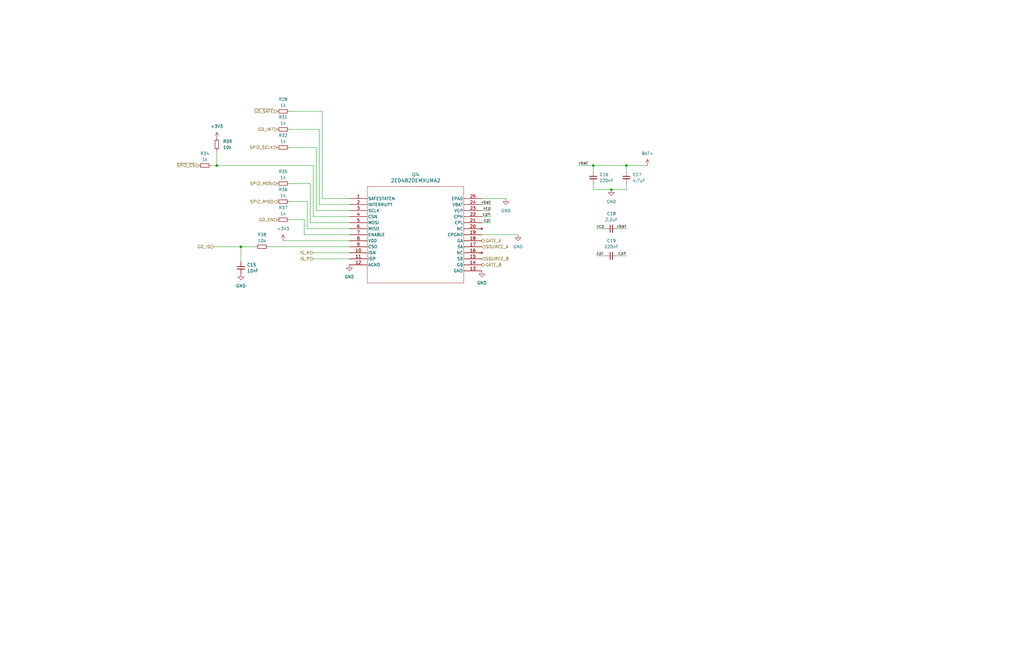
<source format=kicad_sch>
(kicad_sch
	(version 20250114)
	(generator "eeschema")
	(generator_version "9.0")
	(uuid "9f438d2a-fbd2-49bf-bcb3-9e89853a7bfb")
	(paper "B")
	(title_block
		(date "2025-04-14")
		(rev "R2.0.0")
	)
	(lib_symbols
		(symbol "Device:C_Small"
			(pin_numbers
				(hide yes)
			)
			(pin_names
				(offset 0.254)
				(hide yes)
			)
			(exclude_from_sim no)
			(in_bom yes)
			(on_board yes)
			(property "Reference" "C"
				(at 0.254 1.778 0)
				(effects
					(font
						(size 1.27 1.27)
					)
					(justify left)
				)
			)
			(property "Value" "C_Small"
				(at 0.254 -2.032 0)
				(effects
					(font
						(size 1.27 1.27)
					)
					(justify left)
				)
			)
			(property "Footprint" ""
				(at 0 0 0)
				(effects
					(font
						(size 1.27 1.27)
					)
					(hide yes)
				)
			)
			(property "Datasheet" "~"
				(at 0 0 0)
				(effects
					(font
						(size 1.27 1.27)
					)
					(hide yes)
				)
			)
			(property "Description" "Unpolarized capacitor, small symbol"
				(at 0 0 0)
				(effects
					(font
						(size 1.27 1.27)
					)
					(hide yes)
				)
			)
			(property "ki_keywords" "capacitor cap"
				(at 0 0 0)
				(effects
					(font
						(size 1.27 1.27)
					)
					(hide yes)
				)
			)
			(property "ki_fp_filters" "C_*"
				(at 0 0 0)
				(effects
					(font
						(size 1.27 1.27)
					)
					(hide yes)
				)
			)
			(symbol "C_Small_0_1"
				(polyline
					(pts
						(xy -1.524 0.508) (xy 1.524 0.508)
					)
					(stroke
						(width 0.3048)
						(type default)
					)
					(fill
						(type none)
					)
				)
				(polyline
					(pts
						(xy -1.524 -0.508) (xy 1.524 -0.508)
					)
					(stroke
						(width 0.3302)
						(type default)
					)
					(fill
						(type none)
					)
				)
			)
			(symbol "C_Small_1_1"
				(pin passive line
					(at 0 2.54 270)
					(length 2.032)
					(name "~"
						(effects
							(font
								(size 1.27 1.27)
							)
						)
					)
					(number "1"
						(effects
							(font
								(size 1.27 1.27)
							)
						)
					)
				)
				(pin passive line
					(at 0 -2.54 90)
					(length 2.032)
					(name "~"
						(effects
							(font
								(size 1.27 1.27)
							)
						)
					)
					(number "2"
						(effects
							(font
								(size 1.27 1.27)
							)
						)
					)
				)
			)
			(embedded_fonts no)
		)
		(symbol "Device:R_Small"
			(pin_numbers
				(hide yes)
			)
			(pin_names
				(offset 0.254)
				(hide yes)
			)
			(exclude_from_sim no)
			(in_bom yes)
			(on_board yes)
			(property "Reference" "R"
				(at 0.762 0.508 0)
				(effects
					(font
						(size 1.27 1.27)
					)
					(justify left)
				)
			)
			(property "Value" "R_Small"
				(at 0.762 -1.016 0)
				(effects
					(font
						(size 1.27 1.27)
					)
					(justify left)
				)
			)
			(property "Footprint" ""
				(at 0 0 0)
				(effects
					(font
						(size 1.27 1.27)
					)
					(hide yes)
				)
			)
			(property "Datasheet" "~"
				(at 0 0 0)
				(effects
					(font
						(size 1.27 1.27)
					)
					(hide yes)
				)
			)
			(property "Description" "Resistor, small symbol"
				(at 0 0 0)
				(effects
					(font
						(size 1.27 1.27)
					)
					(hide yes)
				)
			)
			(property "ki_keywords" "R resistor"
				(at 0 0 0)
				(effects
					(font
						(size 1.27 1.27)
					)
					(hide yes)
				)
			)
			(property "ki_fp_filters" "R_*"
				(at 0 0 0)
				(effects
					(font
						(size 1.27 1.27)
					)
					(hide yes)
				)
			)
			(symbol "R_Small_0_1"
				(rectangle
					(start -0.762 1.778)
					(end 0.762 -1.778)
					(stroke
						(width 0.2032)
						(type default)
					)
					(fill
						(type none)
					)
				)
			)
			(symbol "R_Small_1_1"
				(pin passive line
					(at 0 2.54 270)
					(length 0.762)
					(name "~"
						(effects
							(font
								(size 1.27 1.27)
							)
						)
					)
					(number "1"
						(effects
							(font
								(size 1.27 1.27)
							)
						)
					)
				)
				(pin passive line
					(at 0 -2.54 90)
					(length 0.762)
					(name "~"
						(effects
							(font
								(size 1.27 1.27)
							)
						)
					)
					(number "2"
						(effects
							(font
								(size 1.27 1.27)
							)
						)
					)
				)
			)
			(embedded_fonts no)
		)
		(symbol "custom_symbols:2ED4820EMXUMA2"
			(pin_names
				(offset 0.254)
			)
			(exclude_from_sim no)
			(in_bom yes)
			(on_board yes)
			(property "Reference" "U"
				(at 27.94 10.16 0)
				(effects
					(font
						(size 1.524 1.524)
					)
				)
			)
			(property "Value" "2ED4820EMXUMA2"
				(at 27.94 7.62 0)
				(effects
					(font
						(size 1.524 1.524)
					)
				)
			)
			(property "Footprint" "PG-TSDSO-24-5"
				(at 0 0 0)
				(effects
					(font
						(size 1.27 1.27)
						(italic yes)
					)
					(hide yes)
				)
			)
			(property "Datasheet" "2ED4820EMXUMA2"
				(at 0 0 0)
				(effects
					(font
						(size 1.27 1.27)
						(italic yes)
					)
					(hide yes)
				)
			)
			(property "Description" ""
				(at 0 0 0)
				(effects
					(font
						(size 1.27 1.27)
					)
					(hide yes)
				)
			)
			(property "ki_locked" ""
				(at 0 0 0)
				(effects
					(font
						(size 1.27 1.27)
					)
				)
			)
			(property "ki_keywords" "2ED4820EMXUMA2"
				(at 0 0 0)
				(effects
					(font
						(size 1.27 1.27)
					)
					(hide yes)
				)
			)
			(property "ki_fp_filters" "PG-TSDSO-24-5"
				(at 0 0 0)
				(effects
					(font
						(size 1.27 1.27)
					)
					(hide yes)
				)
			)
			(symbol "2ED4820EMXUMA2_0_1"
				(polyline
					(pts
						(xy 7.62 5.08) (xy 7.62 -35.56)
					)
					(stroke
						(width 0.127)
						(type default)
					)
					(fill
						(type none)
					)
				)
				(polyline
					(pts
						(xy 7.62 -35.56) (xy 48.26 -35.56)
					)
					(stroke
						(width 0.127)
						(type default)
					)
					(fill
						(type none)
					)
				)
				(polyline
					(pts
						(xy 48.26 5.08) (xy 7.62 5.08)
					)
					(stroke
						(width 0.127)
						(type default)
					)
					(fill
						(type none)
					)
				)
				(polyline
					(pts
						(xy 48.26 -35.56) (xy 48.26 5.08)
					)
					(stroke
						(width 0.127)
						(type default)
					)
					(fill
						(type none)
					)
				)
				(pin unspecified line
					(at 0 0 0)
					(length 7.62)
					(name "SAFESTATEN"
						(effects
							(font
								(size 1.27 1.27)
							)
						)
					)
					(number "1"
						(effects
							(font
								(size 1.27 1.27)
							)
						)
					)
				)
				(pin output line
					(at 0 -2.54 0)
					(length 7.62)
					(name "INTERRUPT"
						(effects
							(font
								(size 1.27 1.27)
							)
						)
					)
					(number "2"
						(effects
							(font
								(size 1.27 1.27)
							)
						)
					)
				)
				(pin input line
					(at 0 -5.08 0)
					(length 7.62)
					(name "SCLK"
						(effects
							(font
								(size 1.27 1.27)
							)
						)
					)
					(number "3"
						(effects
							(font
								(size 1.27 1.27)
							)
						)
					)
				)
				(pin unspecified line
					(at 0 -7.62 0)
					(length 7.62)
					(name "CSN"
						(effects
							(font
								(size 1.27 1.27)
							)
						)
					)
					(number "4"
						(effects
							(font
								(size 1.27 1.27)
							)
						)
					)
				)
				(pin output line
					(at 0 -10.16 0)
					(length 7.62)
					(name "MOSI"
						(effects
							(font
								(size 1.27 1.27)
							)
						)
					)
					(number "5"
						(effects
							(font
								(size 1.27 1.27)
							)
						)
					)
				)
				(pin input line
					(at 0 -12.7 0)
					(length 7.62)
					(name "MISO"
						(effects
							(font
								(size 1.27 1.27)
							)
						)
					)
					(number "6"
						(effects
							(font
								(size 1.27 1.27)
							)
						)
					)
				)
				(pin unspecified line
					(at 0 -15.24 0)
					(length 7.62)
					(name "ENABLE"
						(effects
							(font
								(size 1.27 1.27)
							)
						)
					)
					(number "7"
						(effects
							(font
								(size 1.27 1.27)
							)
						)
					)
				)
				(pin power_in line
					(at 0 -17.78 0)
					(length 7.62)
					(name "VDD"
						(effects
							(font
								(size 1.27 1.27)
							)
						)
					)
					(number "8"
						(effects
							(font
								(size 1.27 1.27)
							)
						)
					)
				)
				(pin output line
					(at 0 -20.32 0)
					(length 7.62)
					(name "CSO"
						(effects
							(font
								(size 1.27 1.27)
							)
						)
					)
					(number "9"
						(effects
							(font
								(size 1.27 1.27)
							)
						)
					)
				)
				(pin input line
					(at 0 -22.86 0)
					(length 7.62)
					(name "ISN"
						(effects
							(font
								(size 1.27 1.27)
							)
						)
					)
					(number "10"
						(effects
							(font
								(size 1.27 1.27)
							)
						)
					)
				)
				(pin input line
					(at 0 -25.4 0)
					(length 7.62)
					(name "ISP"
						(effects
							(font
								(size 1.27 1.27)
							)
						)
					)
					(number "11"
						(effects
							(font
								(size 1.27 1.27)
							)
						)
					)
				)
				(pin power_out line
					(at 0 -27.94 0)
					(length 7.62)
					(name "AGND"
						(effects
							(font
								(size 1.27 1.27)
							)
						)
					)
					(number "12"
						(effects
							(font
								(size 1.27 1.27)
							)
						)
					)
				)
				(pin power_out line
					(at 55.88 0 180)
					(length 7.62)
					(name "EPAD"
						(effects
							(font
								(size 1.27 1.27)
							)
						)
					)
					(number "25"
						(effects
							(font
								(size 1.27 1.27)
							)
						)
					)
				)
				(pin power_in line
					(at 55.88 -2.54 180)
					(length 7.62)
					(name "VBAT"
						(effects
							(font
								(size 1.27 1.27)
							)
						)
					)
					(number "24"
						(effects
							(font
								(size 1.27 1.27)
							)
						)
					)
				)
				(pin power_in line
					(at 55.88 -5.08 180)
					(length 7.62)
					(name "VCP"
						(effects
							(font
								(size 1.27 1.27)
							)
						)
					)
					(number "23"
						(effects
							(font
								(size 1.27 1.27)
							)
						)
					)
				)
				(pin unspecified line
					(at 55.88 -7.62 180)
					(length 7.62)
					(name "CPH"
						(effects
							(font
								(size 1.27 1.27)
							)
						)
					)
					(number "22"
						(effects
							(font
								(size 1.27 1.27)
							)
						)
					)
				)
				(pin unspecified line
					(at 55.88 -10.16 180)
					(length 7.62)
					(name "CPL"
						(effects
							(font
								(size 1.27 1.27)
							)
						)
					)
					(number "21"
						(effects
							(font
								(size 1.27 1.27)
							)
						)
					)
				)
				(pin no_connect line
					(at 55.88 -12.7 180)
					(length 7.62)
					(name "NC"
						(effects
							(font
								(size 1.27 1.27)
							)
						)
					)
					(number "20"
						(effects
							(font
								(size 1.27 1.27)
							)
						)
					)
				)
				(pin power_out line
					(at 55.88 -15.24 180)
					(length 7.62)
					(name "CPGND"
						(effects
							(font
								(size 1.27 1.27)
							)
						)
					)
					(number "19"
						(effects
							(font
								(size 1.27 1.27)
							)
						)
					)
				)
				(pin unspecified line
					(at 55.88 -17.78 180)
					(length 7.62)
					(name "GA"
						(effects
							(font
								(size 1.27 1.27)
							)
						)
					)
					(number "18"
						(effects
							(font
								(size 1.27 1.27)
							)
						)
					)
				)
				(pin unspecified line
					(at 55.88 -20.32 180)
					(length 7.62)
					(name "SA"
						(effects
							(font
								(size 1.27 1.27)
							)
						)
					)
					(number "17"
						(effects
							(font
								(size 1.27 1.27)
							)
						)
					)
				)
				(pin no_connect line
					(at 55.88 -22.86 180)
					(length 7.62)
					(name "NC"
						(effects
							(font
								(size 1.27 1.27)
							)
						)
					)
					(number "16"
						(effects
							(font
								(size 1.27 1.27)
							)
						)
					)
				)
				(pin unspecified line
					(at 55.88 -25.4 180)
					(length 7.62)
					(name "SB"
						(effects
							(font
								(size 1.27 1.27)
							)
						)
					)
					(number "15"
						(effects
							(font
								(size 1.27 1.27)
							)
						)
					)
				)
				(pin unspecified line
					(at 55.88 -27.94 180)
					(length 7.62)
					(name "GB"
						(effects
							(font
								(size 1.27 1.27)
							)
						)
					)
					(number "14"
						(effects
							(font
								(size 1.27 1.27)
							)
						)
					)
				)
				(pin power_out line
					(at 55.88 -30.48 180)
					(length 7.62)
					(name "GND"
						(effects
							(font
								(size 1.27 1.27)
							)
						)
					)
					(number "13"
						(effects
							(font
								(size 1.27 1.27)
							)
						)
					)
				)
			)
			(embedded_fonts no)
		)
		(symbol "power:+3V3"
			(power)
			(pin_numbers
				(hide yes)
			)
			(pin_names
				(offset 0)
				(hide yes)
			)
			(exclude_from_sim no)
			(in_bom yes)
			(on_board yes)
			(property "Reference" "#PWR"
				(at 0 -3.81 0)
				(effects
					(font
						(size 1.27 1.27)
					)
					(hide yes)
				)
			)
			(property "Value" "+3V3"
				(at 0 3.556 0)
				(effects
					(font
						(size 1.27 1.27)
					)
				)
			)
			(property "Footprint" ""
				(at 0 0 0)
				(effects
					(font
						(size 1.27 1.27)
					)
					(hide yes)
				)
			)
			(property "Datasheet" ""
				(at 0 0 0)
				(effects
					(font
						(size 1.27 1.27)
					)
					(hide yes)
				)
			)
			(property "Description" "Power symbol creates a global label with name \"+3V3\""
				(at 0 0 0)
				(effects
					(font
						(size 1.27 1.27)
					)
					(hide yes)
				)
			)
			(property "ki_keywords" "global power"
				(at 0 0 0)
				(effects
					(font
						(size 1.27 1.27)
					)
					(hide yes)
				)
			)
			(symbol "+3V3_0_1"
				(polyline
					(pts
						(xy -0.762 1.27) (xy 0 2.54)
					)
					(stroke
						(width 0)
						(type default)
					)
					(fill
						(type none)
					)
				)
				(polyline
					(pts
						(xy 0 2.54) (xy 0.762 1.27)
					)
					(stroke
						(width 0)
						(type default)
					)
					(fill
						(type none)
					)
				)
				(polyline
					(pts
						(xy 0 0) (xy 0 2.54)
					)
					(stroke
						(width 0)
						(type default)
					)
					(fill
						(type none)
					)
				)
			)
			(symbol "+3V3_1_1"
				(pin power_in line
					(at 0 0 90)
					(length 0)
					(name "~"
						(effects
							(font
								(size 1.27 1.27)
							)
						)
					)
					(number "1"
						(effects
							(font
								(size 1.27 1.27)
							)
						)
					)
				)
			)
			(embedded_fonts no)
		)
		(symbol "power:GND"
			(power)
			(pin_numbers
				(hide yes)
			)
			(pin_names
				(offset 0)
				(hide yes)
			)
			(exclude_from_sim no)
			(in_bom yes)
			(on_board yes)
			(property "Reference" "#PWR"
				(at 0 -6.35 0)
				(effects
					(font
						(size 1.27 1.27)
					)
					(hide yes)
				)
			)
			(property "Value" "GND"
				(at 0 -3.81 0)
				(effects
					(font
						(size 1.27 1.27)
					)
				)
			)
			(property "Footprint" ""
				(at 0 0 0)
				(effects
					(font
						(size 1.27 1.27)
					)
					(hide yes)
				)
			)
			(property "Datasheet" ""
				(at 0 0 0)
				(effects
					(font
						(size 1.27 1.27)
					)
					(hide yes)
				)
			)
			(property "Description" "Power symbol creates a global label with name \"GND\" , ground"
				(at 0 0 0)
				(effects
					(font
						(size 1.27 1.27)
					)
					(hide yes)
				)
			)
			(property "ki_keywords" "global power"
				(at 0 0 0)
				(effects
					(font
						(size 1.27 1.27)
					)
					(hide yes)
				)
			)
			(symbol "GND_0_1"
				(polyline
					(pts
						(xy 0 0) (xy 0 -1.27) (xy 1.27 -1.27) (xy 0 -2.54) (xy -1.27 -1.27) (xy 0 -1.27)
					)
					(stroke
						(width 0)
						(type default)
					)
					(fill
						(type none)
					)
				)
			)
			(symbol "GND_1_1"
				(pin power_in line
					(at 0 0 270)
					(length 0)
					(name "~"
						(effects
							(font
								(size 1.27 1.27)
							)
						)
					)
					(number "1"
						(effects
							(font
								(size 1.27 1.27)
							)
						)
					)
				)
			)
			(embedded_fonts no)
		)
	)
	(junction
		(at 101.6 104.14)
		(diameter 0)
		(color 0 0 0 0)
		(uuid "1e883eff-80b5-40e2-934e-5a1b078ddcf7")
	)
	(junction
		(at 264.16 69.85)
		(diameter 0)
		(color 0 0 0 0)
		(uuid "3461c162-2e3c-441a-a859-8216518edb3a")
	)
	(junction
		(at 250.19 69.85)
		(diameter 0)
		(color 0 0 0 0)
		(uuid "c6d96311-3311-4d60-a634-d828724dda43")
	)
	(junction
		(at 91.44 69.85)
		(diameter 0)
		(color 0 0 0 0)
		(uuid "e8033302-e7ea-4759-824c-c77e9e92c9ae")
	)
	(junction
		(at 257.81 80.01)
		(diameter 0)
		(color 0 0 0 0)
		(uuid "edffc56d-9fd4-4e4c-b07e-bd53f632db23")
	)
	(wire
		(pts
			(xy 130.81 77.47) (xy 130.81 93.98)
		)
		(stroke
			(width 0)
			(type default)
		)
		(uuid "042bf074-7856-4229-9c51-3e3a7c2ae766")
	)
	(wire
		(pts
			(xy 251.46 107.95) (xy 255.27 107.95)
		)
		(stroke
			(width 0)
			(type default)
		)
		(uuid "07f7f750-f436-40c5-887e-1e609532e211")
	)
	(wire
		(pts
			(xy 101.6 104.14) (xy 90.17 104.14)
		)
		(stroke
			(width 0)
			(type default)
		)
		(uuid "09c66ca0-a668-4090-a6e8-a123de83a41b")
	)
	(wire
		(pts
			(xy 121.92 46.99) (xy 135.89 46.99)
		)
		(stroke
			(width 0)
			(type default)
		)
		(uuid "127f43c8-b4e2-433f-9fa6-6ba246698094")
	)
	(wire
		(pts
			(xy 91.44 69.85) (xy 132.08 69.85)
		)
		(stroke
			(width 0)
			(type default)
		)
		(uuid "1284ea71-c325-4aa0-a24b-a082d7c794b9")
	)
	(wire
		(pts
			(xy 88.9 69.85) (xy 91.44 69.85)
		)
		(stroke
			(width 0)
			(type default)
		)
		(uuid "177682da-bc99-4c42-a1c2-85a2839724cb")
	)
	(wire
		(pts
			(xy 264.16 69.85) (xy 264.16 72.39)
		)
		(stroke
			(width 0)
			(type default)
		)
		(uuid "18a60ae7-b27c-466a-afb7-f86bead5d233")
	)
	(wire
		(pts
			(xy 121.92 85.09) (xy 129.54 85.09)
		)
		(stroke
			(width 0)
			(type default)
		)
		(uuid "1ff98f6b-c105-4e0d-98c1-4dce3cde6c82")
	)
	(wire
		(pts
			(xy 132.08 69.85) (xy 132.08 91.44)
		)
		(stroke
			(width 0)
			(type default)
		)
		(uuid "20c8491b-2654-4e78-b561-7ee621214d23")
	)
	(wire
		(pts
			(xy 128.27 92.71) (xy 128.27 99.06)
		)
		(stroke
			(width 0)
			(type default)
		)
		(uuid "238a7480-7dc8-4c79-a5ac-9d71ab79ad49")
	)
	(wire
		(pts
			(xy 250.19 69.85) (xy 250.19 72.39)
		)
		(stroke
			(width 0)
			(type default)
		)
		(uuid "28584d4b-681c-4845-b366-c95663676a30")
	)
	(wire
		(pts
			(xy 132.08 109.22) (xy 147.32 109.22)
		)
		(stroke
			(width 0)
			(type default)
		)
		(uuid "2c139833-59eb-4933-b6f0-8cc174b84741")
	)
	(wire
		(pts
			(xy 251.46 96.52) (xy 255.27 96.52)
		)
		(stroke
			(width 0)
			(type default)
		)
		(uuid "3e64fb40-77c2-4b70-8ffe-b0c06fb5856a")
	)
	(wire
		(pts
			(xy 134.62 54.61) (xy 134.62 86.36)
		)
		(stroke
			(width 0)
			(type default)
		)
		(uuid "458cfb77-4a4d-4346-8e32-3c471e15877e")
	)
	(wire
		(pts
			(xy 119.38 101.6) (xy 147.32 101.6)
		)
		(stroke
			(width 0)
			(type default)
		)
		(uuid "478748ee-e7d7-4b52-8676-4314c9afb107")
	)
	(wire
		(pts
			(xy 91.44 63.5) (xy 91.44 69.85)
		)
		(stroke
			(width 0)
			(type default)
		)
		(uuid "4e47d314-b23c-4607-bb25-7fc8f3999270")
	)
	(wire
		(pts
			(xy 129.54 96.52) (xy 147.32 96.52)
		)
		(stroke
			(width 0)
			(type default)
		)
		(uuid "54299e96-eddb-4528-9c45-5680b5a8676a")
	)
	(wire
		(pts
			(xy 129.54 85.09) (xy 129.54 96.52)
		)
		(stroke
			(width 0)
			(type default)
		)
		(uuid "5d96a950-04b3-4941-ac8d-52874186ae3f")
	)
	(wire
		(pts
			(xy 101.6 104.14) (xy 101.6 110.49)
		)
		(stroke
			(width 0)
			(type default)
		)
		(uuid "5e5b3435-fb29-4db6-a16e-9c3d62e4834d")
	)
	(wire
		(pts
			(xy 203.2 99.06) (xy 218.44 99.06)
		)
		(stroke
			(width 0)
			(type default)
		)
		(uuid "6710c84c-1b2e-4b91-ae41-81103dbe9f46")
	)
	(wire
		(pts
			(xy 273.05 69.85) (xy 264.16 69.85)
		)
		(stroke
			(width 0)
			(type default)
		)
		(uuid "781cddf6-26e0-4e54-a068-4042c90134c1")
	)
	(wire
		(pts
			(xy 264.16 80.01) (xy 257.81 80.01)
		)
		(stroke
			(width 0)
			(type default)
		)
		(uuid "87d8b978-1d8b-41ac-b8bc-b465e0898e07")
	)
	(wire
		(pts
			(xy 203.2 91.44) (xy 207.01 91.44)
		)
		(stroke
			(width 0)
			(type default)
		)
		(uuid "8b66b4cc-146b-43dd-8cfa-f14bcf856d51")
	)
	(wire
		(pts
			(xy 128.27 99.06) (xy 147.32 99.06)
		)
		(stroke
			(width 0)
			(type default)
		)
		(uuid "8c00bc25-c215-4b70-8b35-d180f214c5df")
	)
	(wire
		(pts
			(xy 132.08 106.68) (xy 147.32 106.68)
		)
		(stroke
			(width 0)
			(type default)
		)
		(uuid "90fc97d3-0f80-41d1-a623-034cc2cb2929")
	)
	(wire
		(pts
			(xy 260.35 96.52) (xy 264.16 96.52)
		)
		(stroke
			(width 0)
			(type default)
		)
		(uuid "93397290-c67c-48e0-88f5-7c50bf217a11")
	)
	(wire
		(pts
			(xy 203.2 93.98) (xy 207.01 93.98)
		)
		(stroke
			(width 0)
			(type default)
		)
		(uuid "9f92dfd8-5de8-47c4-9471-0c63e9800f56")
	)
	(wire
		(pts
			(xy 121.92 54.61) (xy 134.62 54.61)
		)
		(stroke
			(width 0)
			(type default)
		)
		(uuid "a4a97349-a125-4cb8-a02e-078facf430c6")
	)
	(wire
		(pts
			(xy 113.03 104.14) (xy 147.32 104.14)
		)
		(stroke
			(width 0)
			(type default)
		)
		(uuid "b2974435-eec9-4a6a-ab50-2700b92b5e25")
	)
	(wire
		(pts
			(xy 264.16 77.47) (xy 264.16 80.01)
		)
		(stroke
			(width 0)
			(type default)
		)
		(uuid "b33f9402-184b-4d0c-bf78-7c46683493cd")
	)
	(wire
		(pts
			(xy 203.2 88.9) (xy 207.01 88.9)
		)
		(stroke
			(width 0)
			(type default)
		)
		(uuid "b3c4579c-6269-47a8-a81c-e7fd5536ce37")
	)
	(wire
		(pts
			(xy 121.92 62.23) (xy 133.35 62.23)
		)
		(stroke
			(width 0)
			(type default)
		)
		(uuid "c17578c5-f86a-4cc8-b33d-5100989336f9")
	)
	(wire
		(pts
			(xy 121.92 92.71) (xy 128.27 92.71)
		)
		(stroke
			(width 0)
			(type default)
		)
		(uuid "c1efa3db-a7e0-431b-84ce-93758d4e97d9")
	)
	(wire
		(pts
			(xy 250.19 77.47) (xy 250.19 80.01)
		)
		(stroke
			(width 0)
			(type default)
		)
		(uuid "c1f261b7-9bef-4788-91c6-190359002eab")
	)
	(wire
		(pts
			(xy 250.19 69.85) (xy 264.16 69.85)
		)
		(stroke
			(width 0)
			(type default)
		)
		(uuid "c788f318-8bce-4822-9f7f-3ddcaea29e67")
	)
	(wire
		(pts
			(xy 203.2 86.36) (xy 207.01 86.36)
		)
		(stroke
			(width 0)
			(type default)
		)
		(uuid "d44ca53b-8009-4094-a2fd-a42c76621e73")
	)
	(wire
		(pts
			(xy 135.89 46.99) (xy 135.89 83.82)
		)
		(stroke
			(width 0)
			(type default)
		)
		(uuid "dc31e4e4-f5cc-4349-80fc-86207e0301ca")
	)
	(wire
		(pts
			(xy 134.62 86.36) (xy 147.32 86.36)
		)
		(stroke
			(width 0)
			(type default)
		)
		(uuid "df150d1d-df68-4fdb-93bf-58c9f30b888d")
	)
	(wire
		(pts
			(xy 203.2 83.82) (xy 213.36 83.82)
		)
		(stroke
			(width 0)
			(type default)
		)
		(uuid "e5daa9a1-771c-42cb-bcc4-680e81408953")
	)
	(wire
		(pts
			(xy 133.35 88.9) (xy 147.32 88.9)
		)
		(stroke
			(width 0)
			(type default)
		)
		(uuid "e5df665e-cae1-4dd1-b6af-4e07705bf5be")
	)
	(wire
		(pts
			(xy 135.89 83.82) (xy 147.32 83.82)
		)
		(stroke
			(width 0)
			(type default)
		)
		(uuid "ea4d5713-71a9-4d1f-b903-f8c0d08f0fc5")
	)
	(wire
		(pts
			(xy 250.19 80.01) (xy 257.81 80.01)
		)
		(stroke
			(width 0)
			(type default)
		)
		(uuid "ee9f0785-02f5-4c65-a69a-f6583674bf48")
	)
	(wire
		(pts
			(xy 243.84 69.85) (xy 250.19 69.85)
		)
		(stroke
			(width 0)
			(type default)
		)
		(uuid "f3eae6c8-ccdc-414c-94f7-dbeb9cf00506")
	)
	(wire
		(pts
			(xy 107.95 104.14) (xy 101.6 104.14)
		)
		(stroke
			(width 0)
			(type default)
		)
		(uuid "f43b548f-3523-4ab9-8d5e-4a5e211a272e")
	)
	(wire
		(pts
			(xy 130.81 93.98) (xy 147.32 93.98)
		)
		(stroke
			(width 0)
			(type default)
		)
		(uuid "f5e32c56-11b5-4b1c-9151-59d996362e40")
	)
	(wire
		(pts
			(xy 121.92 77.47) (xy 130.81 77.47)
		)
		(stroke
			(width 0)
			(type default)
		)
		(uuid "f8e4aedc-fb4b-47f1-adc4-18936b5f5ada")
	)
	(wire
		(pts
			(xy 260.35 107.95) (xy 264.16 107.95)
		)
		(stroke
			(width 0)
			(type default)
		)
		(uuid "f9dc6186-3e3a-440c-9e89-8d331afc948b")
	)
	(wire
		(pts
			(xy 133.35 62.23) (xy 133.35 88.9)
		)
		(stroke
			(width 0)
			(type default)
		)
		(uuid "facd5e93-716f-4d96-adbd-949bc8905a88")
	)
	(wire
		(pts
			(xy 132.08 91.44) (xy 147.32 91.44)
		)
		(stroke
			(width 0)
			(type default)
		)
		(uuid "ff5b617c-508d-47bf-8026-032f9fc5a528")
	)
	(label "vbat"
		(at 207.01 86.36 180)
		(effects
			(font
				(size 1.27 1.27)
			)
			(justify right bottom)
		)
		(uuid "12a88713-d9f8-4cac-9cbd-e2f9e265ff44")
	)
	(label "vcp"
		(at 207.01 88.9 180)
		(effects
			(font
				(size 1.27 1.27)
			)
			(justify right bottom)
		)
		(uuid "2b1d7d29-4963-4692-a715-adea861d4e45")
	)
	(label "cph"
		(at 264.16 107.95 180)
		(effects
			(font
				(size 1.27 1.27)
			)
			(justify right bottom)
		)
		(uuid "41139a29-f482-468c-a750-0967f2d8446b")
	)
	(label "cpl"
		(at 207.01 93.98 180)
		(effects
			(font
				(size 1.27 1.27)
			)
			(justify right bottom)
		)
		(uuid "a6fe39eb-2d3f-4aba-8abc-debffd35862a")
	)
	(label "cph"
		(at 207.01 91.44 180)
		(effects
			(font
				(size 1.27 1.27)
			)
			(justify right bottom)
		)
		(uuid "ac9419b1-ec9e-4204-a761-6179cc7edd9d")
	)
	(label "vbat"
		(at 264.16 96.52 180)
		(effects
			(font
				(size 1.27 1.27)
			)
			(justify right bottom)
		)
		(uuid "d317d6eb-8b6a-4608-b8b0-12f286e4c93a")
	)
	(label "vcp"
		(at 251.46 96.52 0)
		(effects
			(font
				(size 1.27 1.27)
			)
			(justify left bottom)
		)
		(uuid "d451de35-6372-4fd4-8b72-0693479c2a55")
	)
	(label "vbat"
		(at 243.84 69.85 0)
		(effects
			(font
				(size 1.27 1.27)
			)
			(justify left bottom)
		)
		(uuid "e30f2450-c3ab-4074-8e35-035349a32a86")
	)
	(label "cpl"
		(at 251.46 107.95 0)
		(effects
			(font
				(size 1.27 1.27)
			)
			(justify left bottom)
		)
		(uuid "ed15a040-7d08-49f3-a3ec-f5673129a8f2")
	)
	(hierarchical_label "SOURCE_A"
		(shape input)
		(at 203.2 104.14 0)
		(effects
			(font
				(size 1.27 1.27)
			)
			(justify left)
		)
		(uuid "01a5defc-cbb8-4be4-b913-a90a6cf94525")
	)
	(hierarchical_label "GD_EN"
		(shape input)
		(at 116.84 92.71 180)
		(effects
			(font
				(size 1.27 1.27)
			)
			(justify right)
		)
		(uuid "1ca178b5-ef9c-4cde-a0fe-7a3466f869bc")
	)
	(hierarchical_label "GD_INT"
		(shape input)
		(at 116.84 54.61 180)
		(effects
			(font
				(size 1.27 1.27)
			)
			(justify right)
		)
		(uuid "2cc07a07-d414-48a2-8c40-52c437a79fe8")
	)
	(hierarchical_label "IS_N"
		(shape input)
		(at 132.08 106.68 180)
		(effects
			(font
				(size 1.27 1.27)
			)
			(justify right)
		)
		(uuid "38b93378-a0ed-4c4a-a419-1f65926760b5")
	)
	(hierarchical_label "GATE_A"
		(shape output)
		(at 203.2 101.6 0)
		(effects
			(font
				(size 1.27 1.27)
			)
			(justify left)
		)
		(uuid "3de0b72b-bf02-4890-8fe3-358b6df304be")
	)
	(hierarchical_label "IS_P"
		(shape input)
		(at 132.08 109.22 180)
		(effects
			(font
				(size 1.27 1.27)
			)
			(justify right)
		)
		(uuid "3ebbac83-5be8-45d2-9cde-fc91f13d938d")
	)
	(hierarchical_label "GD_IS"
		(shape input)
		(at 90.17 104.14 180)
		(effects
			(font
				(size 1.27 1.27)
			)
			(justify right)
		)
		(uuid "5dd98082-1578-444f-8bd9-96f6a8e194dd")
	)
	(hierarchical_label "GATE_B"
		(shape output)
		(at 203.2 111.76 0)
		(effects
			(font
				(size 1.27 1.27)
			)
			(justify left)
		)
		(uuid "713512d7-9101-42e4-83b1-0a582f0f0032")
	)
	(hierarchical_label "SPI2_MOSI"
		(shape input)
		(at 116.84 77.47 180)
		(effects
			(font
				(size 1.27 1.27)
			)
			(justify right)
		)
		(uuid "b0bcce1d-2b10-4d2e-bde0-5e1217185a32")
	)
	(hierarchical_label "~{GD_SAFE}"
		(shape input)
		(at 116.84 46.99 180)
		(effects
			(font
				(size 1.27 1.27)
			)
			(justify right)
		)
		(uuid "bbd88dd2-5d18-4f84-a75a-75d88bdafe7e")
	)
	(hierarchical_label "~{SPI2_CS}"
		(shape input)
		(at 83.82 69.85 180)
		(effects
			(font
				(size 1.27 1.27)
			)
			(justify right)
		)
		(uuid "f06711e0-5fb4-4bea-98c9-3089bab55122")
	)
	(hierarchical_label "SPI2_SCLK"
		(shape input)
		(at 116.84 62.23 180)
		(effects
			(font
				(size 1.27 1.27)
			)
			(justify right)
		)
		(uuid "f741cfae-9843-44f2-8c6d-5466c2a37b6c")
	)
	(hierarchical_label "SPI2_MISO"
		(shape output)
		(at 116.84 85.09 180)
		(effects
			(font
				(size 1.27 1.27)
			)
			(justify right)
		)
		(uuid "fd5c1872-3055-44df-9565-fb2e888afad0")
	)
	(hierarchical_label "SOURCE_B"
		(shape input)
		(at 203.2 109.22 0)
		(effects
			(font
				(size 1.27 1.27)
			)
			(justify left)
		)
		(uuid "fde3f5c9-1305-4d50-888c-bf51e9bddd5f")
	)
	(symbol
		(lib_id "Device:C_Small")
		(at 257.81 107.95 90)
		(unit 1)
		(exclude_from_sim no)
		(in_bom yes)
		(on_board yes)
		(dnp no)
		(fields_autoplaced yes)
		(uuid "07429ffc-ad84-4070-b302-efe4347093a3")
		(property "Reference" "C19"
			(at 257.8163 101.6 90)
			(effects
				(font
					(size 1.27 1.27)
				)
			)
		)
		(property "Value" "220nF"
			(at 257.8163 104.14 90)
			(effects
				(font
					(size 1.27 1.27)
				)
			)
		)
		(property "Footprint" ""
			(at 257.81 107.95 0)
			(effects
				(font
					(size 1.27 1.27)
				)
				(hide yes)
			)
		)
		(property "Datasheet" "~"
			(at 257.81 107.95 0)
			(effects
				(font
					(size 1.27 1.27)
				)
				(hide yes)
			)
		)
		(property "Description" "Unpolarized capacitor, small symbol"
			(at 257.81 107.95 0)
			(effects
				(font
					(size 1.27 1.27)
				)
				(hide yes)
			)
		)
		(pin "1"
			(uuid "b71a7b17-de6e-4edb-b05d-62885fe6bdc1")
		)
		(pin "2"
			(uuid "ef901dc5-19b5-4b8b-ae57-a25a69bf9647")
		)
		(instances
			(project "battery_protector"
				(path "/b2975477-3b95-446c-b662-4cca32764c73/b4114c58-5862-440e-b7bf-85e61f2bb435"
					(reference "C19")
					(unit 1)
				)
			)
		)
	)
	(symbol
		(lib_id "power:+3V3")
		(at 91.44 58.42 0)
		(unit 1)
		(exclude_from_sim no)
		(in_bom yes)
		(on_board yes)
		(dnp no)
		(fields_autoplaced yes)
		(uuid "0b7a53a4-3fbd-415f-a955-2778ac89cf17")
		(property "Reference" "#PWR036"
			(at 91.44 62.23 0)
			(effects
				(font
					(size 1.27 1.27)
				)
				(hide yes)
			)
		)
		(property "Value" "+3V3"
			(at 91.44 53.34 0)
			(effects
				(font
					(size 1.27 1.27)
				)
			)
		)
		(property "Footprint" ""
			(at 91.44 58.42 0)
			(effects
				(font
					(size 1.27 1.27)
				)
				(hide yes)
			)
		)
		(property "Datasheet" ""
			(at 91.44 58.42 0)
			(effects
				(font
					(size 1.27 1.27)
				)
				(hide yes)
			)
		)
		(property "Description" "Power symbol creates a global label with name \"+3V3\""
			(at 91.44 58.42 0)
			(effects
				(font
					(size 1.27 1.27)
				)
				(hide yes)
			)
		)
		(pin "1"
			(uuid "82b0b1d0-7e8f-4efb-a835-f2c55519de07")
		)
		(instances
			(project ""
				(path "/b2975477-3b95-446c-b662-4cca32764c73/b4114c58-5862-440e-b7bf-85e61f2bb435"
					(reference "#PWR036")
					(unit 1)
				)
			)
		)
	)
	(symbol
		(lib_id "Device:R_Small")
		(at 119.38 46.99 90)
		(unit 1)
		(exclude_from_sim no)
		(in_bom yes)
		(on_board yes)
		(dnp no)
		(fields_autoplaced yes)
		(uuid "18da383e-ed5d-4e55-b64a-cc6e3dcc3aa5")
		(property "Reference" "R28"
			(at 119.38 41.91 90)
			(effects
				(font
					(size 1.27 1.27)
				)
			)
		)
		(property "Value" "1k"
			(at 119.38 44.45 90)
			(effects
				(font
					(size 1.27 1.27)
				)
			)
		)
		(property "Footprint" ""
			(at 119.38 46.99 0)
			(effects
				(font
					(size 1.27 1.27)
				)
				(hide yes)
			)
		)
		(property "Datasheet" "~"
			(at 119.38 46.99 0)
			(effects
				(font
					(size 1.27 1.27)
				)
				(hide yes)
			)
		)
		(property "Description" "Resistor, small symbol"
			(at 119.38 46.99 0)
			(effects
				(font
					(size 1.27 1.27)
				)
				(hide yes)
			)
		)
		(pin "2"
			(uuid "d51fc371-cd7c-4b9e-8485-d304052e16bf")
		)
		(pin "1"
			(uuid "884c4014-bfb2-45aa-8241-88ef5629b3a6")
		)
		(instances
			(project ""
				(path "/b2975477-3b95-446c-b662-4cca32764c73/b4114c58-5862-440e-b7bf-85e61f2bb435"
					(reference "R28")
					(unit 1)
				)
			)
		)
	)
	(symbol
		(lib_id "Device:R_Small")
		(at 119.38 85.09 90)
		(unit 1)
		(exclude_from_sim no)
		(in_bom yes)
		(on_board yes)
		(dnp no)
		(fields_autoplaced yes)
		(uuid "235062b5-6d51-4718-b46c-0f8ae418920b")
		(property "Reference" "R36"
			(at 119.38 80.01 90)
			(effects
				(font
					(size 1.27 1.27)
				)
			)
		)
		(property "Value" "1k"
			(at 119.38 82.55 90)
			(effects
				(font
					(size 1.27 1.27)
				)
			)
		)
		(property "Footprint" ""
			(at 119.38 85.09 0)
			(effects
				(font
					(size 1.27 1.27)
				)
				(hide yes)
			)
		)
		(property "Datasheet" "~"
			(at 119.38 85.09 0)
			(effects
				(font
					(size 1.27 1.27)
				)
				(hide yes)
			)
		)
		(property "Description" "Resistor, small symbol"
			(at 119.38 85.09 0)
			(effects
				(font
					(size 1.27 1.27)
				)
				(hide yes)
			)
		)
		(pin "2"
			(uuid "4d5d5db1-c3ee-4f92-950d-4669486e7f9a")
		)
		(pin "1"
			(uuid "b5f28f07-bbc6-4d2b-9150-a4699924c330")
		)
		(instances
			(project "battery_protector"
				(path "/b2975477-3b95-446c-b662-4cca32764c73/b4114c58-5862-440e-b7bf-85e61f2bb435"
					(reference "R36")
					(unit 1)
				)
			)
		)
	)
	(symbol
		(lib_id "power:GND")
		(at 203.2 114.3 0)
		(unit 1)
		(exclude_from_sim no)
		(in_bom yes)
		(on_board yes)
		(dnp no)
		(fields_autoplaced yes)
		(uuid "23b02369-cb89-4d10-999e-6a529c4c161c")
		(property "Reference" "#PWR032"
			(at 203.2 120.65 0)
			(effects
				(font
					(size 1.27 1.27)
				)
				(hide yes)
			)
		)
		(property "Value" "GND"
			(at 203.2 119.38 0)
			(effects
				(font
					(size 1.27 1.27)
				)
			)
		)
		(property "Footprint" ""
			(at 203.2 114.3 0)
			(effects
				(font
					(size 1.27 1.27)
				)
				(hide yes)
			)
		)
		(property "Datasheet" ""
			(at 203.2 114.3 0)
			(effects
				(font
					(size 1.27 1.27)
				)
				(hide yes)
			)
		)
		(property "Description" "Power symbol creates a global label with name \"GND\" , ground"
			(at 203.2 114.3 0)
			(effects
				(font
					(size 1.27 1.27)
				)
				(hide yes)
			)
		)
		(pin "1"
			(uuid "9a4a4828-c84c-4b53-9fcd-f22ca4c771ac")
		)
		(instances
			(project "battery_protector"
				(path "/b2975477-3b95-446c-b662-4cca32764c73/b4114c58-5862-440e-b7bf-85e61f2bb435"
					(reference "#PWR032")
					(unit 1)
				)
			)
		)
	)
	(symbol
		(lib_id "Device:R_Small")
		(at 119.38 54.61 90)
		(unit 1)
		(exclude_from_sim no)
		(in_bom yes)
		(on_board yes)
		(dnp no)
		(fields_autoplaced yes)
		(uuid "30141054-ba96-41d2-8495-aa549bcd5456")
		(property "Reference" "R31"
			(at 119.38 49.53 90)
			(effects
				(font
					(size 1.27 1.27)
				)
			)
		)
		(property "Value" "1k"
			(at 119.38 52.07 90)
			(effects
				(font
					(size 1.27 1.27)
				)
			)
		)
		(property "Footprint" ""
			(at 119.38 54.61 0)
			(effects
				(font
					(size 1.27 1.27)
				)
				(hide yes)
			)
		)
		(property "Datasheet" "~"
			(at 119.38 54.61 0)
			(effects
				(font
					(size 1.27 1.27)
				)
				(hide yes)
			)
		)
		(property "Description" "Resistor, small symbol"
			(at 119.38 54.61 0)
			(effects
				(font
					(size 1.27 1.27)
				)
				(hide yes)
			)
		)
		(pin "2"
			(uuid "69aec59c-a3db-4129-878b-7543633dd539")
		)
		(pin "1"
			(uuid "77f2ef96-7b6a-4d85-8127-91fe3debe92b")
		)
		(instances
			(project "battery_protector"
				(path "/b2975477-3b95-446c-b662-4cca32764c73/b4114c58-5862-440e-b7bf-85e61f2bb435"
					(reference "R31")
					(unit 1)
				)
			)
		)
	)
	(symbol
		(lib_id "power:GND")
		(at 147.32 111.76 0)
		(unit 1)
		(exclude_from_sim no)
		(in_bom yes)
		(on_board yes)
		(dnp no)
		(fields_autoplaced yes)
		(uuid "55eef2b3-8a78-4b6b-b150-e7a47a060eb1")
		(property "Reference" "#PWR031"
			(at 147.32 118.11 0)
			(effects
				(font
					(size 1.27 1.27)
				)
				(hide yes)
			)
		)
		(property "Value" "GND"
			(at 147.32 116.84 0)
			(effects
				(font
					(size 1.27 1.27)
				)
			)
		)
		(property "Footprint" ""
			(at 147.32 111.76 0)
			(effects
				(font
					(size 1.27 1.27)
				)
				(hide yes)
			)
		)
		(property "Datasheet" ""
			(at 147.32 111.76 0)
			(effects
				(font
					(size 1.27 1.27)
				)
				(hide yes)
			)
		)
		(property "Description" "Power symbol creates a global label with name \"GND\" , ground"
			(at 147.32 111.76 0)
			(effects
				(font
					(size 1.27 1.27)
				)
				(hide yes)
			)
		)
		(pin "1"
			(uuid "38a8f0c2-2b3f-44b6-a648-93b8256a5256")
		)
		(instances
			(project ""
				(path "/b2975477-3b95-446c-b662-4cca32764c73/b4114c58-5862-440e-b7bf-85e61f2bb435"
					(reference "#PWR031")
					(unit 1)
				)
			)
		)
	)
	(symbol
		(lib_id "Device:R_Small")
		(at 119.38 77.47 90)
		(unit 1)
		(exclude_from_sim no)
		(in_bom yes)
		(on_board yes)
		(dnp no)
		(uuid "630cc7e3-d000-4e0d-9202-fb0ca61cf982")
		(property "Reference" "R35"
			(at 119.38 72.39 90)
			(effects
				(font
					(size 1.27 1.27)
				)
			)
		)
		(property "Value" "1k"
			(at 119.38 74.93 90)
			(effects
				(font
					(size 1.27 1.27)
				)
			)
		)
		(property "Footprint" ""
			(at 119.38 77.47 0)
			(effects
				(font
					(size 1.27 1.27)
				)
				(hide yes)
			)
		)
		(property "Datasheet" "~"
			(at 119.38 77.47 0)
			(effects
				(font
					(size 1.27 1.27)
				)
				(hide yes)
			)
		)
		(property "Description" "Resistor, small symbol"
			(at 119.38 77.47 0)
			(effects
				(font
					(size 1.27 1.27)
				)
				(hide yes)
			)
		)
		(pin "2"
			(uuid "2e897868-e299-45a5-af5c-e5a5987b52b6")
		)
		(pin "1"
			(uuid "0f68bd9f-aeab-43a0-9b8c-b8ae39f2c3fd")
		)
		(instances
			(project "battery_protector"
				(path "/b2975477-3b95-446c-b662-4cca32764c73/b4114c58-5862-440e-b7bf-85e61f2bb435"
					(reference "R35")
					(unit 1)
				)
			)
		)
	)
	(symbol
		(lib_id "Device:R_Small")
		(at 86.36 69.85 90)
		(unit 1)
		(exclude_from_sim no)
		(in_bom yes)
		(on_board yes)
		(dnp no)
		(fields_autoplaced yes)
		(uuid "659bf542-826d-4b0b-9fbc-3b93a3d420b2")
		(property "Reference" "R34"
			(at 86.36 64.77 90)
			(effects
				(font
					(size 1.27 1.27)
				)
			)
		)
		(property "Value" "1k"
			(at 86.36 67.31 90)
			(effects
				(font
					(size 1.27 1.27)
				)
			)
		)
		(property "Footprint" ""
			(at 86.36 69.85 0)
			(effects
				(font
					(size 1.27 1.27)
				)
				(hide yes)
			)
		)
		(property "Datasheet" "~"
			(at 86.36 69.85 0)
			(effects
				(font
					(size 1.27 1.27)
				)
				(hide yes)
			)
		)
		(property "Description" "Resistor, small symbol"
			(at 86.36 69.85 0)
			(effects
				(font
					(size 1.27 1.27)
				)
				(hide yes)
			)
		)
		(pin "2"
			(uuid "22d6bdd7-036d-4976-9316-3a6b1543e719")
		)
		(pin "1"
			(uuid "c6f23280-ebb6-4f38-91d8-c870a5f5e6ae")
		)
		(instances
			(project "battery_protector"
				(path "/b2975477-3b95-446c-b662-4cca32764c73/b4114c58-5862-440e-b7bf-85e61f2bb435"
					(reference "R34")
					(unit 1)
				)
			)
		)
	)
	(symbol
		(lib_id "power:GND")
		(at 218.44 99.06 0)
		(unit 1)
		(exclude_from_sim no)
		(in_bom yes)
		(on_board yes)
		(dnp no)
		(fields_autoplaced yes)
		(uuid "80929339-fb87-4a35-b1a6-3f885b3615ac")
		(property "Reference" "#PWR033"
			(at 218.44 105.41 0)
			(effects
				(font
					(size 1.27 1.27)
				)
				(hide yes)
			)
		)
		(property "Value" "GND"
			(at 218.44 104.14 0)
			(effects
				(font
					(size 1.27 1.27)
				)
			)
		)
		(property "Footprint" ""
			(at 218.44 99.06 0)
			(effects
				(font
					(size 1.27 1.27)
				)
				(hide yes)
			)
		)
		(property "Datasheet" ""
			(at 218.44 99.06 0)
			(effects
				(font
					(size 1.27 1.27)
				)
				(hide yes)
			)
		)
		(property "Description" "Power symbol creates a global label with name \"GND\" , ground"
			(at 218.44 99.06 0)
			(effects
				(font
					(size 1.27 1.27)
				)
				(hide yes)
			)
		)
		(pin "1"
			(uuid "e98e51b5-64ae-4c4a-87fb-0bf137c18606")
		)
		(instances
			(project "battery_protector"
				(path "/b2975477-3b95-446c-b662-4cca32764c73/b4114c58-5862-440e-b7bf-85e61f2bb435"
					(reference "#PWR033")
					(unit 1)
				)
			)
		)
	)
	(symbol
		(lib_id "power:GND")
		(at 257.81 80.01 0)
		(unit 1)
		(exclude_from_sim no)
		(in_bom yes)
		(on_board yes)
		(dnp no)
		(fields_autoplaced yes)
		(uuid "84a7701b-7c53-46a6-a940-90d186fb9568")
		(property "Reference" "#PWR035"
			(at 257.81 86.36 0)
			(effects
				(font
					(size 1.27 1.27)
				)
				(hide yes)
			)
		)
		(property "Value" "GND"
			(at 257.81 85.09 0)
			(effects
				(font
					(size 1.27 1.27)
				)
			)
		)
		(property "Footprint" ""
			(at 257.81 80.01 0)
			(effects
				(font
					(size 1.27 1.27)
				)
				(hide yes)
			)
		)
		(property "Datasheet" ""
			(at 257.81 80.01 0)
			(effects
				(font
					(size 1.27 1.27)
				)
				(hide yes)
			)
		)
		(property "Description" "Power symbol creates a global label with name \"GND\" , ground"
			(at 257.81 80.01 0)
			(effects
				(font
					(size 1.27 1.27)
				)
				(hide yes)
			)
		)
		(pin "1"
			(uuid "0d0a618e-90f3-49ae-86cb-f453437d1614")
		)
		(instances
			(project "battery_protector"
				(path "/b2975477-3b95-446c-b662-4cca32764c73/b4114c58-5862-440e-b7bf-85e61f2bb435"
					(reference "#PWR035")
					(unit 1)
				)
			)
		)
	)
	(symbol
		(lib_id "Device:R_Small")
		(at 119.38 62.23 90)
		(unit 1)
		(exclude_from_sim no)
		(in_bom yes)
		(on_board yes)
		(dnp no)
		(fields_autoplaced yes)
		(uuid "999e34ff-8b8b-4271-94f2-1b43b6079b17")
		(property "Reference" "R32"
			(at 119.38 57.15 90)
			(effects
				(font
					(size 1.27 1.27)
				)
			)
		)
		(property "Value" "1k"
			(at 119.38 59.69 90)
			(effects
				(font
					(size 1.27 1.27)
				)
			)
		)
		(property "Footprint" ""
			(at 119.38 62.23 0)
			(effects
				(font
					(size 1.27 1.27)
				)
				(hide yes)
			)
		)
		(property "Datasheet" "~"
			(at 119.38 62.23 0)
			(effects
				(font
					(size 1.27 1.27)
				)
				(hide yes)
			)
		)
		(property "Description" "Resistor, small symbol"
			(at 119.38 62.23 0)
			(effects
				(font
					(size 1.27 1.27)
				)
				(hide yes)
			)
		)
		(pin "2"
			(uuid "fda59130-b9d8-473a-beca-74ac1d84c429")
		)
		(pin "1"
			(uuid "3faaa809-ec70-497e-876b-baed13649fc7")
		)
		(instances
			(project "battery_protector"
				(path "/b2975477-3b95-446c-b662-4cca32764c73/b4114c58-5862-440e-b7bf-85e61f2bb435"
					(reference "R32")
					(unit 1)
				)
			)
		)
	)
	(symbol
		(lib_id "power:GND")
		(at 101.6 115.57 0)
		(unit 1)
		(exclude_from_sim no)
		(in_bom yes)
		(on_board yes)
		(dnp no)
		(fields_autoplaced yes)
		(uuid "9acd14c1-ba0a-4707-ae5a-9639bd5d69c8")
		(property "Reference" "#PWR057"
			(at 101.6 121.92 0)
			(effects
				(font
					(size 1.27 1.27)
				)
				(hide yes)
			)
		)
		(property "Value" "GND"
			(at 101.6 120.65 0)
			(effects
				(font
					(size 1.27 1.27)
				)
			)
		)
		(property "Footprint" ""
			(at 101.6 115.57 0)
			(effects
				(font
					(size 1.27 1.27)
				)
				(hide yes)
			)
		)
		(property "Datasheet" ""
			(at 101.6 115.57 0)
			(effects
				(font
					(size 1.27 1.27)
				)
				(hide yes)
			)
		)
		(property "Description" "Power symbol creates a global label with name \"GND\" , ground"
			(at 101.6 115.57 0)
			(effects
				(font
					(size 1.27 1.27)
				)
				(hide yes)
			)
		)
		(pin "1"
			(uuid "cb23db81-af5a-46cc-ac29-e6a0dee63632")
		)
		(instances
			(project "battery_protector"
				(path "/b2975477-3b95-446c-b662-4cca32764c73/b4114c58-5862-440e-b7bf-85e61f2bb435"
					(reference "#PWR057")
					(unit 1)
				)
			)
		)
	)
	(symbol
		(lib_id "Device:R_Small")
		(at 119.38 92.71 90)
		(unit 1)
		(exclude_from_sim no)
		(in_bom yes)
		(on_board yes)
		(dnp no)
		(fields_autoplaced yes)
		(uuid "b9bfbb68-7c73-4406-8031-ea44494e36c5")
		(property "Reference" "R37"
			(at 119.38 87.63 90)
			(effects
				(font
					(size 1.27 1.27)
				)
			)
		)
		(property "Value" "1k"
			(at 119.38 90.17 90)
			(effects
				(font
					(size 1.27 1.27)
				)
			)
		)
		(property "Footprint" ""
			(at 119.38 92.71 0)
			(effects
				(font
					(size 1.27 1.27)
				)
				(hide yes)
			)
		)
		(property "Datasheet" "~"
			(at 119.38 92.71 0)
			(effects
				(font
					(size 1.27 1.27)
				)
				(hide yes)
			)
		)
		(property "Description" "Resistor, small symbol"
			(at 119.38 92.71 0)
			(effects
				(font
					(size 1.27 1.27)
				)
				(hide yes)
			)
		)
		(pin "2"
			(uuid "e18518e3-416c-4720-9419-b14f6514794d")
		)
		(pin "1"
			(uuid "83f42c35-c010-40bb-9ff7-75a2253de859")
		)
		(instances
			(project "battery_protector"
				(path "/b2975477-3b95-446c-b662-4cca32764c73/b4114c58-5862-440e-b7bf-85e61f2bb435"
					(reference "R37")
					(unit 1)
				)
			)
		)
	)
	(symbol
		(lib_id "power:+3V3")
		(at 273.05 69.85 0)
		(unit 1)
		(exclude_from_sim no)
		(in_bom yes)
		(on_board yes)
		(dnp no)
		(fields_autoplaced yes)
		(uuid "ba32fef5-b472-43b4-98c7-1ce60e619814")
		(property "Reference" "#PWR062"
			(at 273.05 73.66 0)
			(effects
				(font
					(size 1.27 1.27)
				)
				(hide yes)
			)
		)
		(property "Value" "BAT+"
			(at 273.05 64.77 0)
			(effects
				(font
					(size 1.27 1.27)
				)
			)
		)
		(property "Footprint" ""
			(at 273.05 69.85 0)
			(effects
				(font
					(size 1.27 1.27)
				)
				(hide yes)
			)
		)
		(property "Datasheet" ""
			(at 273.05 69.85 0)
			(effects
				(font
					(size 1.27 1.27)
				)
				(hide yes)
			)
		)
		(property "Description" "Power symbol creates a global label with name \"+3V3\""
			(at 273.05 69.85 0)
			(effects
				(font
					(size 1.27 1.27)
				)
				(hide yes)
			)
		)
		(pin "1"
			(uuid "9702417b-a574-422a-83a3-044cfedff18e")
		)
		(instances
			(project "battery_protector"
				(path "/b2975477-3b95-446c-b662-4cca32764c73/b4114c58-5862-440e-b7bf-85e61f2bb435"
					(reference "#PWR062")
					(unit 1)
				)
			)
		)
	)
	(symbol
		(lib_id "Device:C_Small")
		(at 101.6 113.03 0)
		(unit 1)
		(exclude_from_sim no)
		(in_bom yes)
		(on_board yes)
		(dnp no)
		(fields_autoplaced yes)
		(uuid "bbbe5579-f68f-4df4-9963-e45b7e85ef6b")
		(property "Reference" "C15"
			(at 104.14 111.7662 0)
			(effects
				(font
					(size 1.27 1.27)
				)
				(justify left)
			)
		)
		(property "Value" "10nF"
			(at 104.14 114.3062 0)
			(effects
				(font
					(size 1.27 1.27)
				)
				(justify left)
			)
		)
		(property "Footprint" ""
			(at 101.6 113.03 0)
			(effects
				(font
					(size 1.27 1.27)
				)
				(hide yes)
			)
		)
		(property "Datasheet" "~"
			(at 101.6 113.03 0)
			(effects
				(font
					(size 1.27 1.27)
				)
				(hide yes)
			)
		)
		(property "Description" "Unpolarized capacitor, small symbol"
			(at 101.6 113.03 0)
			(effects
				(font
					(size 1.27 1.27)
				)
				(hide yes)
			)
		)
		(pin "1"
			(uuid "56f7bb32-bd2b-485e-af45-f414431f7aa7")
		)
		(pin "2"
			(uuid "14e41f76-e3d5-495f-9478-d6a2b121434e")
		)
		(instances
			(project ""
				(path "/b2975477-3b95-446c-b662-4cca32764c73/b4114c58-5862-440e-b7bf-85e61f2bb435"
					(reference "C15")
					(unit 1)
				)
			)
		)
	)
	(symbol
		(lib_id "Device:C_Small")
		(at 264.16 74.93 0)
		(unit 1)
		(exclude_from_sim no)
		(in_bom yes)
		(on_board yes)
		(dnp no)
		(fields_autoplaced yes)
		(uuid "c565c2d9-22d0-4530-af33-9ae9e7730650")
		(property "Reference" "C17"
			(at 266.7 73.6662 0)
			(effects
				(font
					(size 1.27 1.27)
				)
				(justify left)
			)
		)
		(property "Value" "4.7uF"
			(at 266.7 76.2062 0)
			(effects
				(font
					(size 1.27 1.27)
				)
				(justify left)
			)
		)
		(property "Footprint" ""
			(at 264.16 74.93 0)
			(effects
				(font
					(size 1.27 1.27)
				)
				(hide yes)
			)
		)
		(property "Datasheet" "~"
			(at 264.16 74.93 0)
			(effects
				(font
					(size 1.27 1.27)
				)
				(hide yes)
			)
		)
		(property "Description" "Unpolarized capacitor, small symbol"
			(at 264.16 74.93 0)
			(effects
				(font
					(size 1.27 1.27)
				)
				(hide yes)
			)
		)
		(pin "1"
			(uuid "9e876261-a78c-42e8-b672-9932baa01344")
		)
		(pin "2"
			(uuid "3c11a690-8d39-46c7-93b3-db0a2beae1da")
		)
		(instances
			(project "battery_protector"
				(path "/b2975477-3b95-446c-b662-4cca32764c73/b4114c58-5862-440e-b7bf-85e61f2bb435"
					(reference "C17")
					(unit 1)
				)
			)
		)
	)
	(symbol
		(lib_id "custom_symbols:2ED4820EMXUMA2")
		(at 147.32 83.82 0)
		(unit 1)
		(exclude_from_sim no)
		(in_bom yes)
		(on_board yes)
		(dnp no)
		(fields_autoplaced yes)
		(uuid "c580d84f-f5cb-4c72-a9ce-8ff76b2a006e")
		(property "Reference" "U4"
			(at 175.26 73.66 0)
			(effects
				(font
					(size 1.524 1.524)
				)
			)
		)
		(property "Value" "2ED4820EMXUMA2"
			(at 175.26 76.2 0)
			(effects
				(font
					(size 1.524 1.524)
				)
			)
		)
		(property "Footprint" "custom_footprints:2ed4820emxuma2"
			(at 147.32 83.82 0)
			(effects
				(font
					(size 1.27 1.27)
					(italic yes)
				)
				(hide yes)
			)
		)
		(property "Datasheet" "https://www.infineon.com/dgdl/Infineon-2ED4820-EM-DataSheet-v01_10-EN.pdf?fileId=8ac78c8c7c72fb9a017c7f5a77c8145e"
			(at 147.32 83.82 0)
			(effects
				(font
					(size 1.27 1.27)
					(italic yes)
				)
				(hide yes)
			)
		)
		(property "Description" "Gate Driver"
			(at 147.32 83.82 0)
			(effects
				(font
					(size 1.27 1.27)
				)
				(hide yes)
			)
		)
		(pin "10"
			(uuid "00a3df9d-c300-4d74-b39a-2bf95503a0b6")
		)
		(pin "5"
			(uuid "f023b3a3-3624-4e1a-9ea4-db271f60c7fe")
		)
		(pin "3"
			(uuid "0a51ce2d-c71f-4e56-aac1-ec52a3f7ba75")
		)
		(pin "22"
			(uuid "2250ac1b-3194-4c30-8f06-aa7b1eb664fb")
		)
		(pin "21"
			(uuid "ab8fc646-293a-4b41-b350-31819320824e")
		)
		(pin "7"
			(uuid "6dcc84a2-ab83-4047-85fa-ed948ee899c8")
		)
		(pin "1"
			(uuid "b414ff4a-6760-404c-a575-e21d69f3dd8b")
		)
		(pin "2"
			(uuid "17b479e5-cc37-4c4a-8c72-8e2dc0a99498")
		)
		(pin "4"
			(uuid "4314c60d-8d66-4fe3-bee9-58841075b313")
		)
		(pin "6"
			(uuid "4ed9fdeb-167a-40b3-b262-b5fb3f7150a7")
		)
		(pin "8"
			(uuid "a417c986-b784-42aa-9bcd-8f138fe33f8d")
		)
		(pin "17"
			(uuid "0af07713-de19-42d3-8172-05017fe598e1")
		)
		(pin "16"
			(uuid "00297817-8916-490e-9330-140223f63495")
		)
		(pin "15"
			(uuid "fd4490c2-29c7-4963-b240-c13d60fb8686")
		)
		(pin "14"
			(uuid "819ec585-edc5-4b1d-a6f2-3b50bba405ec")
		)
		(pin "12"
			(uuid "80517dda-4b15-4ef9-882b-5c4b4d540266")
		)
		(pin "9"
			(uuid "e6c2b785-1a26-4a36-842b-1a50d6a39a7d")
		)
		(pin "20"
			(uuid "9fcaf16d-86c1-4d9a-929c-290e3a9f4308")
		)
		(pin "25"
			(uuid "94b25f59-75a3-4fed-a199-38481494f113")
		)
		(pin "19"
			(uuid "4ed0529f-6681-46dc-9df5-b86f95872647")
		)
		(pin "18"
			(uuid "d97be6b7-0ccd-4868-8fa1-43007c53c0b3")
		)
		(pin "13"
			(uuid "c213b651-a752-40d6-bcb3-e756bb9c70aa")
		)
		(pin "11"
			(uuid "e9b91d31-b1b2-4cb8-a193-b681058725c5")
		)
		(pin "24"
			(uuid "27382dca-9cb8-4474-9fb0-478a03dd8816")
		)
		(pin "23"
			(uuid "85abf7f6-c119-42cf-a120-eeb2fa5401c3")
		)
		(instances
			(project ""
				(path "/b2975477-3b95-446c-b662-4cca32764c73/b4114c58-5862-440e-b7bf-85e61f2bb435"
					(reference "U4")
					(unit 1)
				)
			)
		)
	)
	(symbol
		(lib_id "Device:R_Small")
		(at 110.49 104.14 90)
		(unit 1)
		(exclude_from_sim no)
		(in_bom yes)
		(on_board yes)
		(dnp no)
		(fields_autoplaced yes)
		(uuid "cebd2a6d-1090-4609-b6c5-c4dce17f0a97")
		(property "Reference" "R38"
			(at 110.49 99.06 90)
			(effects
				(font
					(size 1.27 1.27)
				)
			)
		)
		(property "Value" "10k"
			(at 110.49 101.6 90)
			(effects
				(font
					(size 1.27 1.27)
				)
			)
		)
		(property "Footprint" ""
			(at 110.49 104.14 0)
			(effects
				(font
					(size 1.27 1.27)
				)
				(hide yes)
			)
		)
		(property "Datasheet" "~"
			(at 110.49 104.14 0)
			(effects
				(font
					(size 1.27 1.27)
				)
				(hide yes)
			)
		)
		(property "Description" "Resistor, small symbol"
			(at 110.49 104.14 0)
			(effects
				(font
					(size 1.27 1.27)
				)
				(hide yes)
			)
		)
		(pin "2"
			(uuid "458e5d3e-cbe7-4c76-9f91-f055828fe988")
		)
		(pin "1"
			(uuid "d0ee2cda-79ad-4dd1-96d8-6decd055b582")
		)
		(instances
			(project "battery_protector"
				(path "/b2975477-3b95-446c-b662-4cca32764c73/b4114c58-5862-440e-b7bf-85e61f2bb435"
					(reference "R38")
					(unit 1)
				)
			)
		)
	)
	(symbol
		(lib_id "Device:R_Small")
		(at 91.44 60.96 180)
		(unit 1)
		(exclude_from_sim no)
		(in_bom yes)
		(on_board yes)
		(dnp no)
		(fields_autoplaced yes)
		(uuid "d061287a-e552-456f-b364-e30b93553b07")
		(property "Reference" "R39"
			(at 93.98 59.6899 0)
			(effects
				(font
					(size 1.27 1.27)
				)
				(justify right)
			)
		)
		(property "Value" "10k"
			(at 93.98 62.2299 0)
			(effects
				(font
					(size 1.27 1.27)
				)
				(justify right)
			)
		)
		(property "Footprint" ""
			(at 91.44 60.96 0)
			(effects
				(font
					(size 1.27 1.27)
				)
				(hide yes)
			)
		)
		(property "Datasheet" "~"
			(at 91.44 60.96 0)
			(effects
				(font
					(size 1.27 1.27)
				)
				(hide yes)
			)
		)
		(property "Description" "Resistor, small symbol"
			(at 91.44 60.96 0)
			(effects
				(font
					(size 1.27 1.27)
				)
				(hide yes)
			)
		)
		(pin "2"
			(uuid "1652749e-8080-4056-b65a-97578a234176")
		)
		(pin "1"
			(uuid "a1007762-3f1f-42c2-855c-bc1176c39c9b")
		)
		(instances
			(project "battery_protector"
				(path "/b2975477-3b95-446c-b662-4cca32764c73/b4114c58-5862-440e-b7bf-85e61f2bb435"
					(reference "R39")
					(unit 1)
				)
			)
		)
	)
	(symbol
		(lib_id "Device:C_Small")
		(at 257.81 96.52 90)
		(unit 1)
		(exclude_from_sim no)
		(in_bom yes)
		(on_board yes)
		(dnp no)
		(fields_autoplaced yes)
		(uuid "dbf57b47-3803-48db-b276-d77bea6418f3")
		(property "Reference" "C18"
			(at 257.8163 90.17 90)
			(effects
				(font
					(size 1.27 1.27)
				)
			)
		)
		(property "Value" "2.2uF"
			(at 257.8163 92.71 90)
			(effects
				(font
					(size 1.27 1.27)
				)
			)
		)
		(property "Footprint" ""
			(at 257.81 96.52 0)
			(effects
				(font
					(size 1.27 1.27)
				)
				(hide yes)
			)
		)
		(property "Datasheet" "~"
			(at 257.81 96.52 0)
			(effects
				(font
					(size 1.27 1.27)
				)
				(hide yes)
			)
		)
		(property "Description" "Unpolarized capacitor, small symbol"
			(at 257.81 96.52 0)
			(effects
				(font
					(size 1.27 1.27)
				)
				(hide yes)
			)
		)
		(pin "1"
			(uuid "767452ef-8d64-4d1f-86fd-4dd3f98972c4")
		)
		(pin "2"
			(uuid "93683bef-5974-4b87-b903-3667f753a4e8")
		)
		(instances
			(project "battery_protector"
				(path "/b2975477-3b95-446c-b662-4cca32764c73/b4114c58-5862-440e-b7bf-85e61f2bb435"
					(reference "C18")
					(unit 1)
				)
			)
		)
	)
	(symbol
		(lib_id "Device:C_Small")
		(at 250.19 74.93 0)
		(unit 1)
		(exclude_from_sim no)
		(in_bom yes)
		(on_board yes)
		(dnp no)
		(fields_autoplaced yes)
		(uuid "f3956ae6-5730-438f-86e4-d08380f1fca8")
		(property "Reference" "C16"
			(at 252.73 73.6662 0)
			(effects
				(font
					(size 1.27 1.27)
				)
				(justify left)
			)
		)
		(property "Value" "220nF"
			(at 252.73 76.2062 0)
			(effects
				(font
					(size 1.27 1.27)
				)
				(justify left)
			)
		)
		(property "Footprint" ""
			(at 250.19 74.93 0)
			(effects
				(font
					(size 1.27 1.27)
				)
				(hide yes)
			)
		)
		(property "Datasheet" "~"
			(at 250.19 74.93 0)
			(effects
				(font
					(size 1.27 1.27)
				)
				(hide yes)
			)
		)
		(property "Description" "Unpolarized capacitor, small symbol"
			(at 250.19 74.93 0)
			(effects
				(font
					(size 1.27 1.27)
				)
				(hide yes)
			)
		)
		(pin "1"
			(uuid "21de6166-f01d-415e-9456-5cd9ae24d258")
		)
		(pin "2"
			(uuid "acb9c2af-afe8-4562-b430-21d38d687456")
		)
		(instances
			(project ""
				(path "/b2975477-3b95-446c-b662-4cca32764c73/b4114c58-5862-440e-b7bf-85e61f2bb435"
					(reference "C16")
					(unit 1)
				)
			)
		)
	)
	(symbol
		(lib_id "power:+3V3")
		(at 119.38 101.6 0)
		(unit 1)
		(exclude_from_sim no)
		(in_bom yes)
		(on_board yes)
		(dnp no)
		(fields_autoplaced yes)
		(uuid "f8ed6255-5950-4673-a0d8-415e5011bea6")
		(property "Reference" "#PWR030"
			(at 119.38 105.41 0)
			(effects
				(font
					(size 1.27 1.27)
				)
				(hide yes)
			)
		)
		(property "Value" "+3V3"
			(at 119.38 96.52 0)
			(effects
				(font
					(size 1.27 1.27)
				)
			)
		)
		(property "Footprint" ""
			(at 119.38 101.6 0)
			(effects
				(font
					(size 1.27 1.27)
				)
				(hide yes)
			)
		)
		(property "Datasheet" ""
			(at 119.38 101.6 0)
			(effects
				(font
					(size 1.27 1.27)
				)
				(hide yes)
			)
		)
		(property "Description" "Power symbol creates a global label with name \"+3V3\""
			(at 119.38 101.6 0)
			(effects
				(font
					(size 1.27 1.27)
				)
				(hide yes)
			)
		)
		(pin "1"
			(uuid "5acc6ba1-98c2-4977-b7a6-4515496f2629")
		)
		(instances
			(project ""
				(path "/b2975477-3b95-446c-b662-4cca32764c73/b4114c58-5862-440e-b7bf-85e61f2bb435"
					(reference "#PWR030")
					(unit 1)
				)
			)
		)
	)
	(symbol
		(lib_id "power:GND")
		(at 213.36 83.82 0)
		(unit 1)
		(exclude_from_sim no)
		(in_bom yes)
		(on_board yes)
		(dnp no)
		(fields_autoplaced yes)
		(uuid "f907c7e7-edb1-4509-806e-08a42f70da50")
		(property "Reference" "#PWR034"
			(at 213.36 90.17 0)
			(effects
				(font
					(size 1.27 1.27)
				)
				(hide yes)
			)
		)
		(property "Value" "GND"
			(at 213.36 88.9 0)
			(effects
				(font
					(size 1.27 1.27)
				)
			)
		)
		(property "Footprint" ""
			(at 213.36 83.82 0)
			(effects
				(font
					(size 1.27 1.27)
				)
				(hide yes)
			)
		)
		(property "Datasheet" ""
			(at 213.36 83.82 0)
			(effects
				(font
					(size 1.27 1.27)
				)
				(hide yes)
			)
		)
		(property "Description" "Power symbol creates a global label with name \"GND\" , ground"
			(at 213.36 83.82 0)
			(effects
				(font
					(size 1.27 1.27)
				)
				(hide yes)
			)
		)
		(pin "1"
			(uuid "b2d04d9e-43bd-4b45-b58f-072640212bad")
		)
		(instances
			(project "battery_protector"
				(path "/b2975477-3b95-446c-b662-4cca32764c73/b4114c58-5862-440e-b7bf-85e61f2bb435"
					(reference "#PWR034")
					(unit 1)
				)
			)
		)
	)
)

</source>
